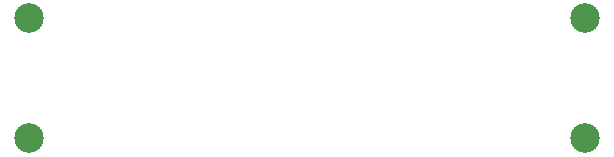
<source format=gbr>
%TF.GenerationSoftware,KiCad,Pcbnew,(5.1.5)-3*%
%TF.CreationDate,2020-06-05T17:01:04-07:00*%
%TF.ProjectId,UPduino_v3.0,55506475-696e-46f5-9f76-332e302e6b69,3.0*%
%TF.SameCoordinates,Original*%
%TF.FileFunction,NonPlated,1,4,NPTH,Drill*%
%TF.FilePolarity,Positive*%
%FSLAX46Y46*%
G04 Gerber Fmt 4.6, Leading zero omitted, Abs format (unit mm)*
G04 Created by KiCad (PCBNEW (5.1.5)-3) date 2020-06-05 17:01:04*
%MOMM*%
%LPD*%
G04 APERTURE LIST*
%TA.AperFunction,ComponentDrill*%
%ADD10C,2.500000*%
%TD*%
G04 APERTURE END LIST*
D10*
%TO.C,H4*%
X153500000Y-83800000D03*
%TO.C,H3*%
X153500000Y-94000000D03*
%TO.C,H2*%
X106500000Y-83800000D03*
%TO.C,H1*%
X106500000Y-94000000D03*
M02*

</source>
